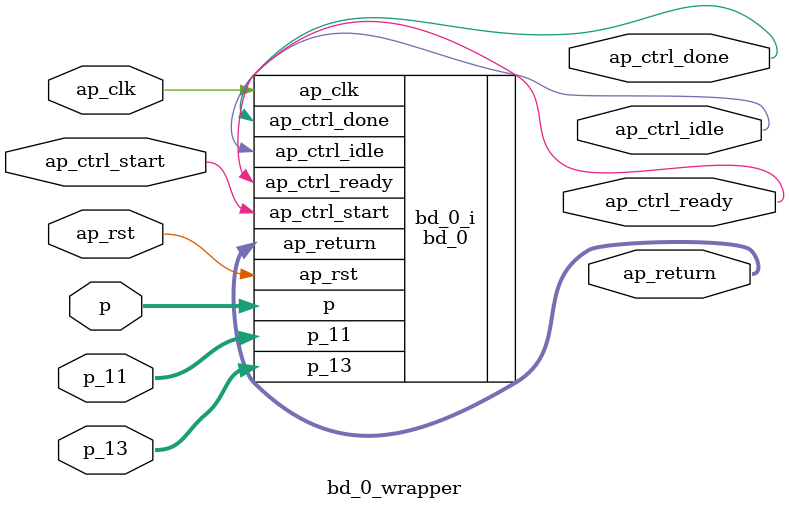
<source format=v>
`timescale 1 ps / 1 ps

module bd_0_wrapper
   (ap_clk,
    ap_ctrl_done,
    ap_ctrl_idle,
    ap_ctrl_ready,
    ap_ctrl_start,
    ap_return,
    ap_rst,
    p,
    p_11,
    p_13);
  input ap_clk;
  output ap_ctrl_done;
  output ap_ctrl_idle;
  output ap_ctrl_ready;
  input ap_ctrl_start;
  output [31:0]ap_return;
  input ap_rst;
  input [31:0]p;
  input [31:0]p_11;
  input [63:0]p_13;

  wire ap_clk;
  wire ap_ctrl_done;
  wire ap_ctrl_idle;
  wire ap_ctrl_ready;
  wire ap_ctrl_start;
  wire [31:0]ap_return;
  wire ap_rst;
  wire [31:0]p;
  wire [31:0]p_11;
  wire [63:0]p_13;

  bd_0 bd_0_i
       (.ap_clk(ap_clk),
        .ap_ctrl_done(ap_ctrl_done),
        .ap_ctrl_idle(ap_ctrl_idle),
        .ap_ctrl_ready(ap_ctrl_ready),
        .ap_ctrl_start(ap_ctrl_start),
        .ap_return(ap_return),
        .ap_rst(ap_rst),
        .p(p),
        .p_11(p_11),
        .p_13(p_13));
endmodule

</source>
